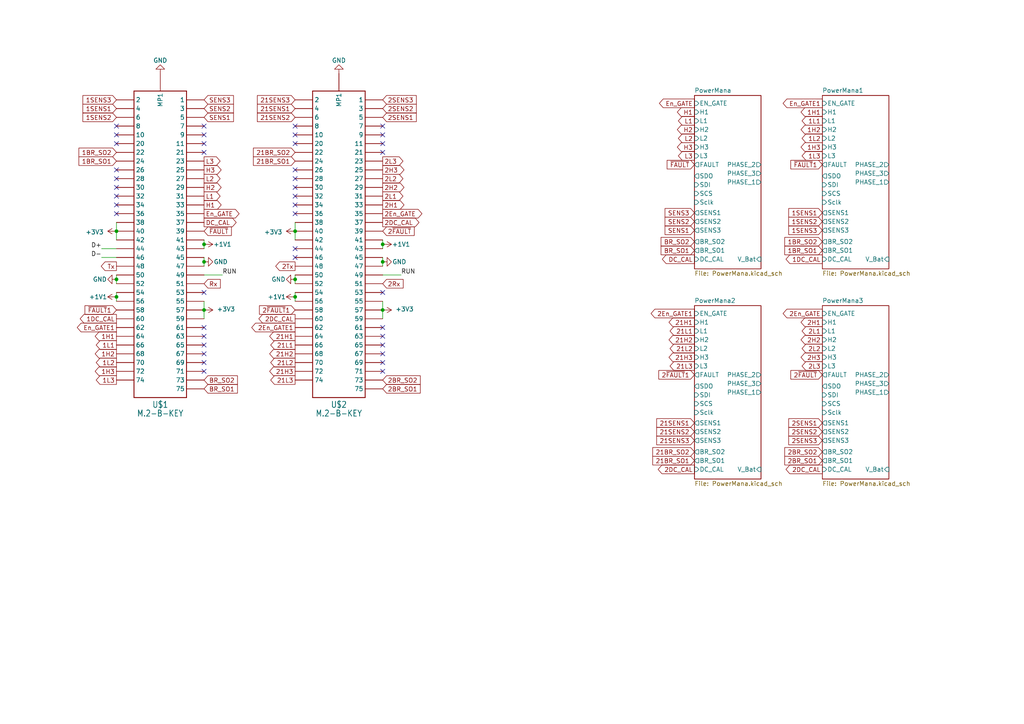
<source format=kicad_sch>
(kicad_sch (version 20230121) (generator eeschema)
  (paper "A4")
  (lib_symbols
    (symbol "new shii:M.2-B-KEY"
      (property "Reference" "U$2" (at 8.89 -5.08 0))
      (property "Value" "M.2-B-KEY" (at 8.89 -2.54 0))
      (symbol "M.2-B-KEY_1_0"
        (polyline (pts (xy 0 0) (xy 0 88.9)) (stroke (width 0.254)))
        (polyline (pts (xy 0 0) (xy 15.24 0)) (stroke (width 0.254)))
        (polyline (pts (xy 15.24 88.9) (xy 0 88.9)) (stroke (width 0.254)))
        (polyline (pts (xy 15.24 88.9) (xy 15.24 0)) (stroke (width 0.254)))
        (pin bidirectional line (at 7.62 93.98 270) (length 5.08) (name "MP1") (number "MOUNTING-HOLE"))
        (pin bidirectional line (at 20.32 86.36 180) (length 5.08) (name "1") (number "P$1"))
        (pin bidirectional line (at -5.08 76.2 0) (length 5.08) (name "10") (number "P$10"))
        (pin bidirectional line (at 20.32 73.66 180) (length 5.08) (name "11") (number "P$11"))
        (pin bidirectional line (at -5.08 86.36 0) (length 5.08) (name "2") (number "P$2"))
        (pin bidirectional line (at -5.08 73.66 0) (length 5.08) (name "20") (number "P$20"))
        (pin bidirectional line (at 20.32 71.12 180) (length 5.08) (name "21") (number "P$21"))
        (pin bidirectional line (at -5.08 71.12 0) (length 5.08) (name "22") (number "P$22"))
        (pin bidirectional line (at 20.32 68.58 180) (length 5.08) (name "23") (number "P$23"))
        (pin bidirectional line (at -5.08 68.58 0) (length 5.08) (name "24") (number "P$24"))
        (pin bidirectional line (at 20.32 66.04 180) (length 5.08) (name "25") (number "P$25"))
        (pin bidirectional line (at -5.08 66.04 0) (length 5.08) (name "26") (number "P$26"))
        (pin bidirectional line (at 20.32 63.5 180) (length 5.08) (name "27") (number "P$27"))
        (pin bidirectional line (at -5.08 63.5 0) (length 5.08) (name "28") (number "P$28"))
        (pin bidirectional line (at 20.32 60.96 180) (length 5.08) (name "29") (number "P$29"))
        (pin bidirectional line (at 20.32 83.82 180) (length 5.08) (name "3") (number "P$3"))
        (pin bidirectional line (at -5.08 60.96 0) (length 5.08) (name "30") (number "P$30"))
        (pin bidirectional line (at 20.32 58.42 180) (length 5.08) (name "31") (number "P$31"))
        (pin bidirectional line (at -5.08 58.42 0) (length 5.08) (name "32") (number "P$32"))
        (pin bidirectional line (at 20.32 55.88 180) (length 5.08) (name "33") (number "P$33"))
        (pin bidirectional line (at -5.08 55.88 0) (length 5.08) (name "34") (number "P$34"))
        (pin bidirectional line (at 20.32 53.34 180) (length 5.08) (name "35") (number "P$35"))
        (pin bidirectional line (at -5.08 53.34 0) (length 5.08) (name "36") (number "P$36"))
        (pin bidirectional line (at 20.32 50.8 180) (length 5.08) (name "37") (number "P$37"))
        (pin bidirectional line (at -5.08 50.8 0) (length 5.08) (name "38") (number "P$38"))
        (pin bidirectional line (at 20.32 48.26 180) (length 5.08) (name "39") (number "P$39"))
        (pin bidirectional line (at -5.08 83.82 0) (length 5.08) (name "4") (number "P$4"))
        (pin bidirectional line (at -5.08 48.26 0) (length 5.08) (name "40") (number "P$40"))
        (pin bidirectional line (at 20.32 45.72 180) (length 5.08) (name "41") (number "P$41"))
        (pin bidirectional line (at -5.08 45.72 0) (length 5.08) (name "42") (number "P$42"))
        (pin bidirectional line (at 20.32 43.18 180) (length 5.08) (name "43") (number "P$43"))
        (pin bidirectional line (at -5.08 43.18 0) (length 5.08) (name "44") (number "P$44"))
        (pin bidirectional line (at 20.32 40.64 180) (length 5.08) (name "45") (number "P$45"))
        (pin bidirectional line (at -5.08 40.64 0) (length 5.08) (name "46") (number "P$46"))
        (pin bidirectional line (at 20.32 38.1 180) (length 5.08) (name "47") (number "P$47"))
        (pin bidirectional line (at -5.08 38.1 0) (length 5.08) (name "48") (number "P$48"))
        (pin bidirectional line (at 20.32 35.56 180) (length 5.08) (name "49") (number "P$49"))
        (pin bidirectional line (at 20.32 81.28 180) (length 5.08) (name "5") (number "P$5"))
        (pin bidirectional line (at -5.08 35.56 0) (length 5.08) (name "50") (number "P$50"))
        (pin bidirectional line (at 20.32 33.02 180) (length 5.08) (name "51") (number "P$51"))
        (pin bidirectional line (at -5.08 33.02 0) (length 5.08) (name "52") (number "P$52"))
        (pin bidirectional line (at 20.32 30.48 180) (length 5.08) (name "53") (number "P$53"))
        (pin bidirectional line (at -5.08 30.48 0) (length 5.08) (name "54") (number "P$54"))
        (pin bidirectional line (at 20.32 27.94 180) (length 5.08) (name "55") (number "P$55"))
        (pin bidirectional line (at -5.08 27.94 0) (length 5.08) (name "56") (number "P$56"))
        (pin bidirectional line (at 20.32 25.4 180) (length 5.08) (name "57") (number "P$57"))
        (pin bidirectional line (at -5.08 25.4 0) (length 5.08) (name "58") (number "P$58"))
        (pin bidirectional line (at 20.32 22.86 180) (length 5.08) (name "59") (number "P$59"))
        (pin bidirectional line (at -5.08 81.28 0) (length 5.08) (name "6") (number "P$6"))
        (pin bidirectional line (at -5.08 22.86 0) (length 5.08) (name "60") (number "P$60"))
        (pin bidirectional line (at 20.32 20.32 180) (length 5.08) (name "61") (number "P$61"))
        (pin bidirectional line (at -5.08 20.32 0) (length 5.08) (name "62") (number "P$62"))
        (pin bidirectional line (at 20.32 17.78 180) (length 5.08) (name "63") (number "P$63"))
        (pin bidirectional line (at -5.08 17.78 0) (length 5.08) (name "64") (number "P$64"))
        (pin bidirectional line (at 20.32 15.24 180) (length 5.08) (name "65") (number "P$65"))
        (pin bidirectional line (at -5.08 15.24 0) (length 5.08) (name "66") (number "P$66"))
        (pin bidirectional line (at 20.32 12.7 180) (length 5.08) (name "67") (number "P$67"))
        (pin bidirectional line (at -5.08 12.7 0) (length 5.08) (name "68") (number "P$68"))
        (pin bidirectional line (at 20.32 10.16 180) (length 5.08) (name "69") (number "P$69"))
        (pin bidirectional line (at 20.32 78.74 180) (length 5.08) (name "7") (number "P$7"))
        (pin bidirectional line (at -5.08 10.16 0) (length 5.08) (name "70") (number "P$70"))
        (pin bidirectional line (at 20.32 7.62 180) (length 5.08) (name "71") (number "P$71"))
        (pin bidirectional line (at -5.08 7.62 0) (length 5.08) (name "72") (number "P$72"))
        (pin bidirectional line (at 20.32 5.08 180) (length 5.08) (name "73") (number "P$73"))
        (pin bidirectional line (at -5.08 5.08 0) (length 5.08) (name "74") (number "P$74"))
        (pin bidirectional line (at 20.32 2.54 180) (length 5.08) (name "75") (number "P$75"))
        (pin bidirectional line (at -5.08 78.74 0) (length 5.08) (name "8") (number "P$8"))
        (pin bidirectional line (at 20.32 76.2 180) (length 5.08) (name "9") (number "P$9"))
      )
    )
    (symbol "power:+1V1" (power) (pin_names (offset 0))
      (property "Value" "+1V1" (at 0 3.556 0))
      (symbol "+1V1_0_1"
        (polyline (pts (xy -0.762 1.27) (xy 0 2.54)))
        (polyline (pts (xy 0 0) (xy 0 2.54)))
        (polyline (pts (xy 0 2.54) (xy 0.762 1.27)))
      )
      (symbol "+1V1_1_1"
        (pin power_in line (at 0 0 90) (length 0) hide (name "+1V1") (number "1"))
      )
    )
    (symbol "power:+3V3" (power) (pin_names (offset 0))
      (property "Value" "+3V3" (at 0 3.556 0))
      (symbol "+3V3_0_1"
        (polyline (pts (xy -0.762 1.27) (xy 0 2.54)))
        (polyline (pts (xy 0 0) (xy 0 2.54)))
        (polyline (pts (xy 0 2.54) (xy 0.762 1.27)))
      )
      (symbol "+3V3_1_1"
        (pin power_in line (at 0 0 90) (length 0) hide (name "+3V3") (number "1"))
      )
    )
    (symbol "power:GND" (power) (pin_names (offset 0))
      (property "Value" "GND" (at 0 -3.81 0))
      (symbol "GND_0_1"
        (polyline (pts (xy 0 0) (xy 0 -1.27) (xy 1.27 -1.27) (xy 0 -2.54) (xy -1.27 -1.27) (xy 0 -1.27)))
      )
      (symbol "GND_1_1"
        (pin power_in line (at 0 0 270) (length 0) hide (name "GND") (number "1"))
      )
    )
  )
  (junction (at 85.598 86.106))
  (junction (at 110.998 70.866))
  (junction (at 59.182 70.866))
  (junction (at 33.782 81.026))
  (junction (at 110.998 89.916))
  (junction (at 33.782 67.056))
  (junction (at 85.598 67.056))
  (junction (at 110.998 75.946))
  (junction (at 33.782 86.106))
  (junction (at 59.182 89.916))
  (junction (at 85.598 81.026))
  (junction (at 59.182 75.946))
  (no_connect (at 110.998 105.156))
  (no_connect (at 110.998 39.116))
  (no_connect (at 59.182 94.996))
  (no_connect (at 59.182 102.616))
  (no_connect (at 59.182 97.536))
  (no_connect (at 85.598 36.576))
  (no_connect (at 59.182 107.696))
  (no_connect (at 33.782 39.116))
  (no_connect (at 85.598 51.816))
  (no_connect (at 85.598 54.356))
  (no_connect (at 85.598 72.136))
  (no_connect (at 33.782 49.276))
  (no_connect (at 33.782 41.656))
  (no_connect (at 59.182 105.156))
  (no_connect (at 59.182 44.196))
  (no_connect (at 33.782 59.436))
  (no_connect (at 59.182 39.116))
  (no_connect (at 110.998 107.696))
  (no_connect (at 110.998 102.616))
  (no_connect (at 110.998 36.576))
  (no_connect (at 33.782 51.816))
  (no_connect (at 85.598 59.436))
  (no_connect (at 110.998 97.536))
  (no_connect (at 110.998 44.196))
  (no_connect (at 110.998 84.836))
  (no_connect (at 110.998 100.076))
  (no_connect (at 85.598 39.116))
  (no_connect (at 85.598 49.276))
  (no_connect (at 59.182 36.576))
  (no_connect (at 85.598 41.656))
  (no_connect (at 85.598 56.896))
  (no_connect (at 33.782 56.896))
  (no_connect (at 59.182 84.836))
  (no_connect (at 33.782 54.356))
  (no_connect (at 59.182 100.076))
  (no_connect (at 85.598 74.676))
  (no_connect (at 59.182 41.656))
  (no_connect (at 33.782 61.976))
  (no_connect (at 33.782 36.576))
  (no_connect (at 110.998 41.656))
  (no_connect (at 85.598 61.976))
  (no_connect (at 110.998 94.996))
  (wire (pts (xy 33.782 69.596) (xy 33.782 67.056)))
  (wire (pts (xy 59.182 87.376) (xy 59.182 89.916)))
  (wire (pts (xy 33.782 82.296) (xy 33.782 81.026)))
  (wire (pts (xy 110.998 79.756) (xy 116.332 79.756)))
  (wire (pts (xy 85.598 67.056) (xy 85.598 64.516)))
  (wire (pts (xy 110.998 75.946) (xy 110.998 77.216)))
  (wire (pts (xy 33.782 87.376) (xy 33.782 86.106)))
  (wire (pts (xy 110.998 69.596) (xy 110.998 70.866)))
  (wire (pts (xy 33.782 67.056) (xy 33.782 64.516)))
  (wire (pts (xy 110.998 74.676) (xy 110.998 75.946)))
  (wire (pts (xy 85.598 69.596) (xy 85.598 67.056)))
  (wire (pts (xy 33.782 81.026) (xy 33.782 79.756)))
  (wire (pts (xy 85.598 82.296) (xy 85.598 81.026)))
  (wire (pts (xy 85.598 81.026) (xy 85.598 79.756)))
  (wire (pts (xy 110.998 70.866) (xy 110.998 72.136)))
  (wire (pts (xy 110.998 89.916) (xy 110.998 92.456)))
  (wire (pts (xy 59.182 74.676) (xy 59.182 75.946)))
  (wire (pts (xy 59.182 75.946) (xy 59.182 77.216)))
  (wire (pts (xy 59.182 79.756) (xy 64.516 79.756)))
  (wire (pts (xy 29.464 74.676) (xy 33.782 74.676)))
  (wire (pts (xy 59.182 70.866) (xy 59.182 72.136)))
  (wire (pts (xy 85.598 87.376) (xy 85.598 86.106)))
  (wire (pts (xy 59.182 69.596) (xy 59.182 70.866)))
  (wire (pts (xy 59.182 89.916) (xy 59.182 92.456)))
  (wire (pts (xy 110.998 87.376) (xy 110.998 89.916)))
  (wire (pts (xy 33.782 86.106) (xy 33.782 84.836)))
  (wire (pts (xy 85.598 86.106) (xy 85.598 84.836)))
  (wire (pts (xy 29.464 72.136) (xy 33.782 72.136)))
  (label "D+" (at 29.464 72.136 180))
  (label "RUN" (at 116.332 79.756 0))
  (label "RUN" (at 64.516 79.756 0))
  (label "D-" (at 29.464 74.676 180))
  (global_label "BR_SO1" (shape input) (at 201.422 72.644 180) (property "Intersheetrefs" "${INTERSHEET_REFS}" (effects hide)))
  (global_label "2BR_SO2" (shape input) (at 238.506 131.064 180) (property "Intersheetrefs" "${INTERSHEET_REFS}" (effects hide)))
  (global_label "21H2" (shape output) (at 201.422 98.552 180) (property "Intersheetrefs" "${INTERSHEET_REFS}" (effects hide)))
  (global_label "L3" (shape output) (at 201.422 45.212 180) (property "Intersheetrefs" "${INTERSHEET_REFS}" (effects hide)))
  (global_label "21H3" (shape output) (at 85.598 107.696 180) (property "Intersheetrefs" "${INTERSHEET_REFS}" (effects hide)))
  (global_label "2En_GATE1" (shape output) (at 85.598 94.996 180) (property "Intersheetrefs" "${INTERSHEET_REFS}" (effects hide)))
  (global_label "1L1" (shape output) (at 33.782 100.076 180) (property "Intersheetrefs" "${INTERSHEET_REFS}" (effects hide)))
  (global_label "1BR_SO2" (shape input) (at 33.782 44.196 180) (property "Intersheetrefs" "${INTERSHEET_REFS}" (effects hide)))
  (global_label "1H1" (shape output) (at 238.506 32.512 180) (property "Intersheetrefs" "${INTERSHEET_REFS}" (effects hide)))
  (global_label "21BR_SO2" (shape input) (at 85.598 44.196 180) (property "Intersheetrefs" "${INTERSHEET_REFS}" (effects hide)))
  (global_label "2~{FAULT}" (shape input) (at 238.506 108.712 180) (property "Intersheetrefs" "${INTERSHEET_REFS}" (effects hide)))
  (global_label "BR_SO1" (shape input) (at 59.182 112.776 0) (property "Intersheetrefs" "${INTERSHEET_REFS}" (effects hide)))
  (global_label "2DC_CAL" (shape output) (at 238.506 136.144 180) (property "Intersheetrefs" "${INTERSHEET_REFS}" (effects hide)))
  (global_label "1L3" (shape output) (at 33.782 110.236 180) (property "Intersheetrefs" "${INTERSHEET_REFS}" (effects hide)))
  (global_label "En_GATE1" (shape output) (at 238.506 29.972 180) (property "Intersheetrefs" "${INTERSHEET_REFS}" (effects hide)))
  (global_label "21BR_SO1" (shape input) (at 201.422 133.604 180) (property "Intersheetrefs" "${INTERSHEET_REFS}" (effects hide)))
  (global_label "2En_GATE1" (shape output) (at 201.422 90.932 180) (property "Intersheetrefs" "${INTERSHEET_REFS}" (effects hide)))
  (global_label "2H1" (shape output) (at 110.998 59.436 0) (property "Intersheetrefs" "${INTERSHEET_REFS}" (effects hide)))
  (global_label "2~{FAULT}1" (shape input) (at 201.422 108.712 180) (property "Intersheetrefs" "${INTERSHEET_REFS}" (effects hide)))
  (global_label "2Tx" (shape output) (at 85.598 77.216 180) (property "Intersheetrefs" "${INTERSHEET_REFS}" (effects hide)))
  (global_label "21SENS2" (shape input) (at 201.422 125.222 180) (property "Intersheetrefs" "${INTERSHEET_REFS}" (effects hide)))
  (global_label "2L2" (shape output) (at 110.998 51.816 0) (property "Intersheetrefs" "${INTERSHEET_REFS}" (effects hide)))
  (global_label "BR_SO2" (shape input) (at 59.182 110.236 0) (property "Intersheetrefs" "${INTERSHEET_REFS}" (effects hide)))
  (global_label "L1" (shape output) (at 59.182 56.896 0) (property "Intersheetrefs" "${INTERSHEET_REFS}" (effects hide)))
  (global_label "SENS1" (shape input) (at 201.422 66.802 180) (property "Intersheetrefs" "${INTERSHEET_REFS}" (effects hide)))
  (global_label "En_GATE1" (shape output) (at 33.782 94.996 180) (property "Intersheetrefs" "${INTERSHEET_REFS}" (effects hide)))
  (global_label "21L2" (shape output) (at 201.422 101.092 180) (property "Intersheetrefs" "${INTERSHEET_REFS}" (effects hide)))
  (global_label "2L3" (shape output) (at 110.998 46.736 0) (property "Intersheetrefs" "${INTERSHEET_REFS}" (effects hide)))
  (global_label "2BR_SO2" (shape input) (at 110.998 110.236 0) (property "Intersheetrefs" "${INTERSHEET_REFS}" (effects hide)))
  (global_label "1BR_SO1" (shape input) (at 238.506 72.644 180) (property "Intersheetrefs" "${INTERSHEET_REFS}" (effects hide)))
  (global_label "2H2" (shape output) (at 238.506 98.552 180) (property "Intersheetrefs" "${INTERSHEET_REFS}" (effects hide)))
  (global_label "L2" (shape output) (at 59.182 51.816 0) (property "Intersheetrefs" "${INTERSHEET_REFS}" (effects hide)))
  (global_label "1L3" (shape output) (at 238.506 45.212 180) (property "Intersheetrefs" "${INTERSHEET_REFS}" (effects hide)))
  (global_label "1L1" (shape output) (at 238.506 35.052 180) (property "Intersheetrefs" "${INTERSHEET_REFS}" (effects hide)))
  (global_label "1BR_SO1" (shape input) (at 33.782 46.736 180) (property "Intersheetrefs" "${INTERSHEET_REFS}" (effects hide)))
  (global_label "BR_SO2" (shape input) (at 201.422 70.104 180) (property "Intersheetrefs" "${INTERSHEET_REFS}" (effects hide)))
  (global_label "Rx" (shape input) (at 59.182 82.296 0) (property "Intersheetrefs" "${INTERSHEET_REFS}" (effects hide)))
  (global_label "1H1" (shape output) (at 33.782 97.536 180) (property "Intersheetrefs" "${INTERSHEET_REFS}" (effects hide)))
  (global_label "1SENS2" (shape input) (at 33.782 34.036 180) (property "Intersheetrefs" "${INTERSHEET_REFS}" (effects hide)))
  (global_label "2L1" (shape output) (at 238.506 96.012 180) (property "Intersheetrefs" "${INTERSHEET_REFS}" (effects hide)))
  (global_label "2~{FAULT}1" (shape input) (at 85.598 89.916 180) (property "Intersheetrefs" "${INTERSHEET_REFS}" (effects hide)))
  (global_label "21SENS3" (shape input) (at 85.598 28.956 180) (property "Intersheetrefs" "${INTERSHEET_REFS}" (effects hide)))
  (global_label "2H3" (shape output) (at 110.998 49.276 0) (property "Intersheetrefs" "${INTERSHEET_REFS}" (effects hide)))
  (global_label "1SENS1" (shape input) (at 238.506 61.722 180) (property "Intersheetrefs" "${INTERSHEET_REFS}" (effects hide)))
  (global_label "1DC_CAL" (shape output) (at 238.506 75.184 180) (property "Intersheetrefs" "${INTERSHEET_REFS}" (effects hide)))
  (global_label "1DC_CAL" (shape output) (at 33.782 92.456 180) (property "Intersheetrefs" "${INTERSHEET_REFS}" (effects hide)))
  (global_label "1H3" (shape output) (at 238.506 42.672 180) (property "Intersheetrefs" "${INTERSHEET_REFS}" (effects hide)))
  (global_label "2L1" (shape output) (at 110.998 56.896 0) (property "Intersheetrefs" "${INTERSHEET_REFS}" (effects hide)))
  (global_label "L1" (shape output) (at 201.422 35.052 180) (property "Intersheetrefs" "${INTERSHEET_REFS}" (effects hide)))
  (global_label "2En_GATE" (shape output) (at 238.506 90.932 180) (property "Intersheetrefs" "${INTERSHEET_REFS}" (effects hide)))
  (global_label "1L2" (shape output) (at 238.506 40.132 180) (property "Intersheetrefs" "${INTERSHEET_REFS}" (effects hide)))
  (global_label "21SENS2" (shape input) (at 85.598 34.036 180) (property "Intersheetrefs" "${INTERSHEET_REFS}" (effects hide)))
  (global_label "21L1" (shape output) (at 85.598 100.076 180) (property "Intersheetrefs" "${INTERSHEET_REFS}" (effects hide)))
  (global_label "1H3" (shape output) (at 33.782 107.696 180) (property "Intersheetrefs" "${INTERSHEET_REFS}" (effects hide)))
  (global_label "2H1" (shape output) (at 238.506 93.472 180) (property "Intersheetrefs" "${INTERSHEET_REFS}" (effects hide)))
  (global_label "21SENS1" (shape input) (at 85.598 31.496 180) (property "Intersheetrefs" "${INTERSHEET_REFS}" (effects hide)))
  (global_label "1H2" (shape output) (at 33.782 102.616 180) (property "Intersheetrefs" "${INTERSHEET_REFS}" (effects hide)))
  (global_label "SENS1" (shape input) (at 59.182 34.036 0) (property "Intersheetrefs" "${INTERSHEET_REFS}" (effects hide)))
  (global_label "21L2" (shape output) (at 85.598 105.156 180) (property "Intersheetrefs" "${INTERSHEET_REFS}" (effects hide)))
  (global_label "21L3" (shape output) (at 85.598 110.236 180) (property "Intersheetrefs" "${INTERSHEET_REFS}" (effects hide)))
  (global_label "DC_CAL" (shape output) (at 59.182 64.516 0) (property "Intersheetrefs" "${INTERSHEET_REFS}" (effects hide)))
  (global_label "21BR_SO1" (shape input) (at 85.598 46.736 180) (property "Intersheetrefs" "${INTERSHEET_REFS}" (effects hide)))
  (global_label "DC_CAL" (shape output) (at 201.422 75.184 180) (property "Intersheetrefs" "${INTERSHEET_REFS}" (effects hide)))
  (global_label "2BR_SO1" (shape input) (at 110.998 112.776 0) (property "Intersheetrefs" "${INTERSHEET_REFS}" (effects hide)))
  (global_label "2SENS1" (shape input) (at 110.998 34.036 0) (property "Intersheetrefs" "${INTERSHEET_REFS}" (effects hide)))
  (global_label "1SENS1" (shape input) (at 33.782 31.496 180) (property "Intersheetrefs" "${INTERSHEET_REFS}" (effects hide)))
  (global_label "SENS2" (shape input) (at 59.182 31.496 0) (property "Intersheetrefs" "${INTERSHEET_REFS}" (effects hide)))
  (global_label "21SENS1" (shape input) (at 201.422 122.682 180) (property "Intersheetrefs" "${INTERSHEET_REFS}" (effects hide)))
  (global_label "1SENS3" (shape input) (at 238.506 66.802 180) (property "Intersheetrefs" "${INTERSHEET_REFS}" (effects hide)))
  (global_label "2DC_CAL" (shape output) (at 110.998 64.516 0) (property "Intersheetrefs" "${INTERSHEET_REFS}" (effects hide)))
  (global_label "H1" (shape output) (at 59.182 59.436 0) (property "Intersheetrefs" "${INTERSHEET_REFS}" (effects hide)))
  (global_label "2L2" (shape output) (at 238.506 101.092 180) (property "Intersheetrefs" "${INTERSHEET_REFS}" (effects hide)))
  (global_label "2H2" (shape output) (at 110.998 54.356 0) (property "Intersheetrefs" "${INTERSHEET_REFS}" (effects hide)))
  (global_label "2BR_SO1" (shape input) (at 238.506 133.604 180) (property "Intersheetrefs" "${INTERSHEET_REFS}" (effects hide)))
  (global_label "21H1" (shape output) (at 85.598 97.536 180) (property "Intersheetrefs" "${INTERSHEET_REFS}" (effects hide)))
  (global_label "2En_GATE" (shape output) (at 110.998 61.976 0) (property "Intersheetrefs" "${INTERSHEET_REFS}" (effects hide)))
  (global_label "H2" (shape output) (at 59.182 54.356 0) (property "Intersheetrefs" "${INTERSHEET_REFS}" (effects hide)))
  (global_label "21SENS3" (shape input) (at 201.422 127.762 180) (property "Intersheetrefs" "${INTERSHEET_REFS}" (effects hide)))
  (global_label "21H1" (shape output) (at 201.422 93.472 180) (property "Intersheetrefs" "${INTERSHEET_REFS}" (effects hide)))
  (global_label "1L2" (shape output) (at 33.782 105.156 180) (property "Intersheetrefs" "${INTERSHEET_REFS}" (effects hide)))
  (global_label "2~{FAULT}" (shape input) (at 110.998 67.056 0) (property "Intersheetrefs" "${INTERSHEET_REFS}" (effects hide)))
  (global_label "H3" (shape output) (at 201.422 42.672 180) (property "Intersheetrefs" "${INTERSHEET_REFS}" (effects hide)))
  (global_label "2SENS3" (shape input) (at 110.998 28.956 0) (property "Intersheetrefs" "${INTERSHEET_REFS}" (effects hide)))
  (global_label "~{FAULT}1" (shape input) (at 238.506 47.752 180) (property "Intersheetrefs" "${INTERSHEET_REFS}" (effects hide)))
  (global_label "En_GATE" (shape output) (at 59.182 61.976 0) (property "Intersheetrefs" "${INTERSHEET_REFS}" (effects hide)))
  (global_label "2DC_CAL" (shape output) (at 201.422 136.144 180) (property "Intersheetrefs" "${INTERSHEET_REFS}" (effects hide)))
  (global_label "2DC_CAL" (shape output) (at 85.598 92.456 180) (property "Intersheetrefs" "${INTERSHEET_REFS}" (effects hide)))
  (global_label "SENS3" (shape input) (at 201.422 61.722 180) (property "Intersheetrefs" "${INTERSHEET_REFS}" (effects hide)))
  (global_label "21BR_SO2" (shape input) (at 201.422 131.064 180) (property "Intersheetrefs" "${INTERSHEET_REFS}" (effects hide)))
  (global_label "~{FAULT}" (shape input) (at 201.422 47.752 180) (property "Intersheetrefs" "${INTERSHEET_REFS}" (effects hide)))
  (global_label "2SENS3" (shape input) (at 238.506 127.762 180) (property "Intersheetrefs" "${INTERSHEET_REFS}" (effects hide)))
  (global_label "1H2" (shape output) (at 238.506 37.592 180) (property "Intersheetrefs" "${INTERSHEET_REFS}" (effects hide)))
  (global_label "2SENS1" (shape input) (at 238.506 122.682 180) (property "Intersheetrefs" "${INTERSHEET_REFS}" (effects hide)))
  (global_label "H3" (shape output) (at 59.182 49.276 0) (property "Intersheetrefs" "${INTERSHEET_REFS}" (effects hide)))
  (global_label "1SENS3" (shape input) (at 33.782 28.956 180) (property "Intersheetrefs" "${INTERSHEET_REFS}" (effects hide)))
  (global_label "2L3" (shape output) (at 238.506 106.172 180) (property "Intersheetrefs" "${INTERSHEET_REFS}" (effects hide)))
  (global_label "~{FAULT}1" (shape input) (at 33.782 89.916 180) (property "Intersheetrefs" "${INTERSHEET_REFS}" (effects hide)))
  (global_label "2H3" (shape output) (at 238.506 103.632 180) (property "Intersheetrefs" "${INTERSHEET_REFS}" (effects hide)))
  (global_label "H1" (shape output) (at 201.422 32.512 180) (property "Intersheetrefs" "${INTERSHEET_REFS}" (effects hide)))
  (global_label "~{FAULT}" (shape input) (at 59.182 67.056 0) (property "Intersheetrefs" "${INTERSHEET_REFS}" (effects hide)))
  (global_label "L2" (shape output) (at 201.422 40.132 180) (property "Intersheetrefs" "${INTERSHEET_REFS}" (effects hide)))
  (global_label "1BR_SO2" (shape input) (at 238.506 70.104 180) (property "Intersheetrefs" "${INTERSHEET_REFS}" (effects hide)))
  (global_label "2SENS2" (shape input) (at 110.998 31.496 0) (property "Intersheetrefs" "${INTERSHEET_REFS}" (effects hide)))
  (global_label "H2" (shape output) (at 201.422 37.592 180) (property "Intersheetrefs" "${INTERSHEET_REFS}" (effects hide)))
  (global_label "En_GATE" (shape output) (at 201.422 29.972 180) (property "Intersheetrefs" "${INTERSHEET_REFS}" (effects hide)))
  (global_label "1SENS2" (shape input) (at 238.506 64.262 180) (property "Intersheetrefs" "${INTERSHEET_REFS}" (effects hide)))
  (global_label "2Rx" (shape input) (at 110.998 82.296 0) (property "Intersheetrefs" "${INTERSHEET_REFS}" (effects hide)))
  (global_label "2SENS2" (shape input) (at 238.506 125.222 180) (property "Intersheetrefs" "${INTERSHEET_REFS}" (effects hide)))
  (global_label "SENS3" (shape input) (at 59.182 28.956 0) (property "Intersheetrefs" "${INTERSHEET_REFS}" (effects hide)))
  (global_label "Tx" (shape output) (at 33.782 77.216 180) (property "Intersheetrefs" "${INTERSHEET_REFS}" (effects hide)))
  (global_label "SENS2" (shape input) (at 201.422 64.262 180) (property "Intersheetrefs" "${INTERSHEET_REFS}" (effects hide)))
  (global_label "L3" (shape output) (at 59.182 46.736 0) (property "Intersheetrefs" "${INTERSHEET_REFS}" (effects hide)))
  (global_label "21L1" (shape output) (at 201.422 96.012 180) (property "Intersheetrefs" "${INTERSHEET_REFS}" (effects hide)))
  (global_label "21H3" (shape output) (at 201.422 103.632 180) (property "Intersheetrefs" "${INTERSHEET_REFS}" (effects hide)))
  (global_label "21H2" (shape output) (at 85.598 102.616 180) (property "Intersheetrefs" "${INTERSHEET_REFS}" (effects hide)))
  (global_label "21L3" (shape output) (at 201.422 106.172 180) (property "Intersheetrefs" "${INTERSHEET_REFS}" (effects hide)))
  (symbol (lib_id "power:GND") (at 46.482 21.336 180) (unit 1)
    (property "Reference" "#PWR021" (effects hide))
    (property "Value" "GND" (at 46.482 17.526 0))
  )
  (symbol (lib_id "new shii:M.2-B-KEY") (at 38.862 115.316 0) (unit 1)
    (property "Reference" "U$1" (at 46.482 117.348 0) (effects (font (size 1.778 1.5113))))
    (property "Value" "M.2-B-KEY" (at 46.482 119.888 0) (effects (font (size 1.778 1.5113))))
    (property "Footprint" "Y!:M.2-B-KEY" (effects hide))
  )
  (symbol (lib_id "new shii:M.2-B-KEY") (at 90.678 115.316 0) (unit 1)
    (property "Reference" "U$2" (at 98.298 117.348 0) (effects (font (size 1.778 1.5113))))
    (property "Value" "M.2-B-KEY" (at 98.298 119.888 0) (effects (font (size 1.778 1.5113))))
    (property "Footprint" "Y!:M.2-B-KEY" (effects hide))
  )
  (symbol (lib_id "power:GND") (at 85.598 81.026 270) (mirror x) (unit 1)
    (property "Reference" "#PWR026" (effects hide))
    (property "Value" "GND" (at 80.772 81.026 90))
  )
  (symbol (lib_id "power:+3V3") (at 59.182 89.916 270) (mirror x) (unit 1)
    (property "Reference" "#PWR024" (effects hide))
    (property "Value" "+3V3" (at 65.532 89.662 90))
  )
  (symbol (lib_id "power:GND") (at 110.998 75.946 90) (mirror x) (unit 1)
    (property "Reference" "#PWR030" (effects hide))
    (property "Value" "GND" (at 115.824 75.946 90))
  )
  (symbol (lib_id "power:+3V3") (at 110.998 89.916 270) (mirror x) (unit 1)
    (property "Reference" "#PWR031" (effects hide))
    (property "Value" "+3V3" (at 117.348 89.662 90))
  )
  (symbol (lib_id "power:+1V1") (at 59.182 70.866 270) (unit 1)
    (property "Reference" "#PWR022" (effects hide))
    (property "Value" "+1V1" (at 64.516 70.866 90))
  )
  (symbol (lib_id "power:GND") (at 98.298 21.336 180) (unit 1)
    (property "Reference" "#PWR028" (effects hide))
    (property "Value" "GND" (at 98.298 17.526 0))
  )
  (symbol (lib_id "power:+1V1") (at 33.782 86.106 90) (unit 1)
    (property "Reference" "#PWR020" (effects hide))
    (property "Value" "+1V1" (at 28.448 86.106 90))
  )
  (symbol (lib_id "power:+3V3") (at 33.782 67.056 90) (mirror x) (unit 1)
    (property "Reference" "#PWR018" (effects hide))
    (property "Value" "+3V3" (at 27.432 67.31 90))
  )
  (symbol (lib_id "power:GND") (at 59.182 75.946 90) (mirror x) (unit 1)
    (property "Reference" "#PWR023" (effects hide))
    (property "Value" "GND" (at 64.008 75.946 90))
  )
  (symbol (lib_id "power:+3V3") (at 85.598 67.056 90) (mirror x) (unit 1)
    (property "Reference" "#PWR025" (effects hide))
    (property "Value" "+3V3" (at 79.248 67.31 90))
  )
  (symbol (lib_id "power:+1V1") (at 110.998 70.866 270) (unit 1)
    (property "Reference" "#PWR029" (effects hide))
    (property "Value" "+1V1" (at 116.332 70.866 90))
  )
  (symbol (lib_id "power:+1V1") (at 85.598 86.106 90) (unit 1)
    (property "Reference" "#PWR027" (effects hide))
    (property "Value" "+1V1" (at 80.264 86.106 90))
  )
  (symbol (lib_id "power:GND") (at 33.782 81.026 270) (mirror x) (unit 1)
    (property "Reference" "#PWR019" (effects hide))
    (property "Value" "GND" (at 28.956 81.026 90))
  )
  (sheet (at 201.422 88.646) (size 19.304 50.292) (stroke (width 0.1524))
    (property "Sheetname" "PowerMana2" (at 201.422 87.9344 0) (effects (justify left bottom)))
    (property "Sheetfile" "PowerMana.kicad_sch" (at 201.422 139.5226 0) (effects (justify left top)))
    (pin "SENS2" output (at 201.422 125.222 180))
    (pin "SENS1" output (at 201.422 122.682 180))
    (pin "SENS3" output (at 201.422 127.762 180))
    (pin "BR_SO2" output (at 201.422 131.064 180))
    (pin "BR_SO1" output (at 201.422 133.604 180))
    (pin "H1" input (at 201.422 93.472 180))
    (pin "EN_GATE" input (at 201.422 90.932 180))
    (pin "DC_CAL" input (at 201.422 136.144 180))
    (pin "Sclk" input (at 201.422 119.634 180))
    (pin "SCS" input (at 201.422 117.094 180))
    (pin "SDI" input (at 201.422 114.554 180))
    (pin "SDO" output (at 201.422 112.014 180))
    (pin "L3" input (at 201.422 106.172 180))
    (pin "L1" input (at 201.422 96.012 180))
    (pin "L2" input (at 201.422 101.092 180))
    (pin "FAULT" output (at 201.422 108.712 180))
    (pin "H2" input (at 201.422 98.552 180))
    (pin "H3" input (at 201.422 103.632 180))
    (pin "PHASE_3" output (at 220.726 111.252 0))
    (pin "PHASE_2" output (at 220.726 108.712 0))
    (pin "PHASE_1" output (at 220.726 113.792 0))
    (pin "V_Bat" input (at 220.726 136.144 0))
  )
  (sheet (at 238.506 88.646) (size 19.304 50.292) (stroke (width 0.1524))
    (property "Sheetname" "PowerMana3" (at 238.506 87.9344 0) (effects (justify left bottom)))
    (property "Sheetfile" "PowerMana.kicad_sch" (at 238.506 139.5226 0) (effects (justify left top)))
    (pin "SENS2" output (at 238.506 125.222 180))
    (pin "SENS1" output (at 238.506 122.682 180))
    (pin "SENS3" output (at 238.506 127.762 180))
    (pin "BR_SO2" output (at 238.506 131.064 180))
    (pin "BR_SO1" output (at 238.506 133.604 180))
    (pin "H1" input (at 238.506 93.472 180))
    (pin "EN_GATE" input (at 238.506 90.932 180))
    (pin "DC_CAL" input (at 238.506 136.144 180))
    (pin "Sclk" input (at 238.506 119.634 180))
    (pin "SCS" input (at 238.506 117.094 180))
    (pin "SDI" input (at 238.506 114.554 180))
    (pin "SDO" output (at 238.506 112.014 180))
    (pin "L3" input (at 238.506 106.172 180))
    (pin "L1" input (at 238.506 96.012 180))
    (pin "L2" input (at 238.506 101.092 180))
    (pin "FAULT" output (at 238.506 108.712 180))
    (pin "H2" input (at 238.506 98.552 180))
    (pin "H3" input (at 238.506 103.632 180))
    (pin "PHASE_3" output (at 257.81 111.252 0))
    (pin "PHASE_2" output (at 257.81 108.712 0))
    (pin "PHASE_1" output (at 257.81 113.792 0))
    (pin "V_Bat" input (at 257.81 136.144 0))
  )
  (sheet (at 238.506 27.686) (size 19.304 50.292) (stroke (width 0.1524))
    (property "Sheetname" "PowerMana1" (at 238.506 26.9744 0) (effects (justify left bottom)))
    (property "Sheetfile" "PowerMana.kicad_sch" (at 238.506 78.5626 0) (effects (justify left top)))
    (pin "SENS2" output (at 238.506 64.262 180))
    (pin "SENS1" output (at 238.506 61.722 180))
    (pin "SENS3" output (at 238.506 66.802 180))
    (pin "BR_SO2" output (at 238.506 70.104 180))
    (pin "BR_SO1" output (at 238.506 72.644 180))
    (pin "H1" input (at 238.506 32.512 180))
    (pin "EN_GATE" input (at 238.506 29.972 180))
    (pin "DC_CAL" input (at 238.506 75.184 180))
    (pin "Sclk" input (at 238.506 58.674 180))
    (pin "SCS" input (at 238.506 56.134 180))
    (pin "SDI" input (at 238.506 53.594 180))
    (pin "SDO" output (at 238.506 51.054 180))
    (pin "L3" input (at 238.506 45.212 180))
    (pin "L1" input (at 238.506 35.052 180))
    (pin "L2" input (at 238.506 40.132 180))
    (pin "FAULT" output (at 238.506 47.752 180))
    (pin "H2" input (at 238.506 37.592 180))
    (pin "H3" input (at 238.506 42.672 180))
    (pin "PHASE_3" output (at 257.81 50.292 0))
    (pin "PHASE_2" output (at 257.81 47.752 0))
    (pin "PHASE_1" output (at 257.81 52.832 0))
    (pin "V_Bat" input (at 257.81 75.184 0))
  )
  (sheet (at 201.422 27.686) (size 19.304 50.292) (stroke (width 0.1524))
    (property "Sheetname" "PowerMana" (at 201.422 26.9744 0) (effects (justify left bottom)))
    (property "Sheetfile" "PowerMana.kicad_sch" (at 201.422 78.5626 0) (effects (justify left top)))
    (pin "SENS2" output (at 201.422 64.262 180))
    (pin "SENS1" output (at 201.422 61.722 180))
    (pin "SENS3" output (at 201.422 66.802 180))
    (pin "BR_SO2" output (at 201.422 70.104 180))
    (pin "BR_SO1" output (at 201.422 72.644 180))
    (pin "H1" input (at 201.422 32.512 180))
    (pin "EN_GATE" input (at 201.422 29.972 180))
    (pin "DC_CAL" input (at 201.422 75.184 180))
    (pin "Sclk" input (at 201.422 58.674 180))
    (pin "SCS" input (at 201.422 56.134 180))
    (pin "SDI" input (at 201.422 53.594 180))
    (pin "SDO" output (at 201.422 51.054 180))
    (pin "L3" input (at 201.422 45.212 180))
    (pin "L1" input (at 201.422 35.052 180))
    (pin "L2" input (at 201.422 40.132 180))
    (pin "FAULT" output (at 201.422 47.752 180))
    (pin "H2" input (at 201.422 37.592 180))
    (pin "H3" input (at 201.422 42.672 180))
    (pin "PHASE_3" output (at 220.726 50.292 0))
    (pin "PHASE_2" output (at 220.726 47.752 0))
    (pin "PHASE_1" output (at 220.726 52.832 0))
    (pin "V_Bat" input (at 220.726 75.184 0))
  )
)
</source>
